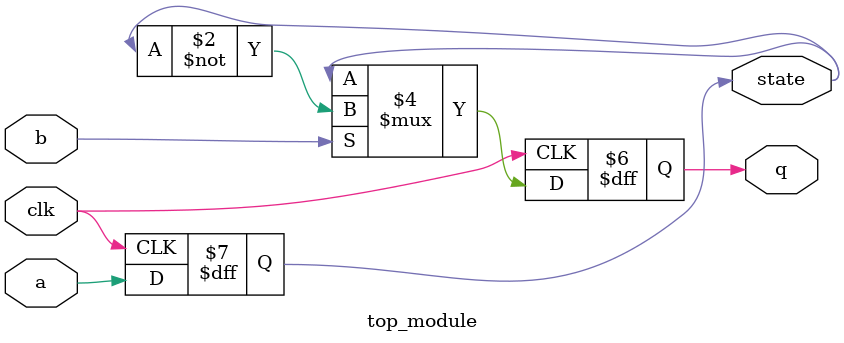
<source format=sv>
module top_module (
    input clk,
    input a,
    input b,
    output reg q,
    output reg state
);

    always @(posedge clk) begin
        // Update state based on input a
        state <= a;

        // Update q based on the state and input b
        if (b) begin
            q <= ~state;
        end else begin
            q <= state;
        end
    end

endmodule

</source>
